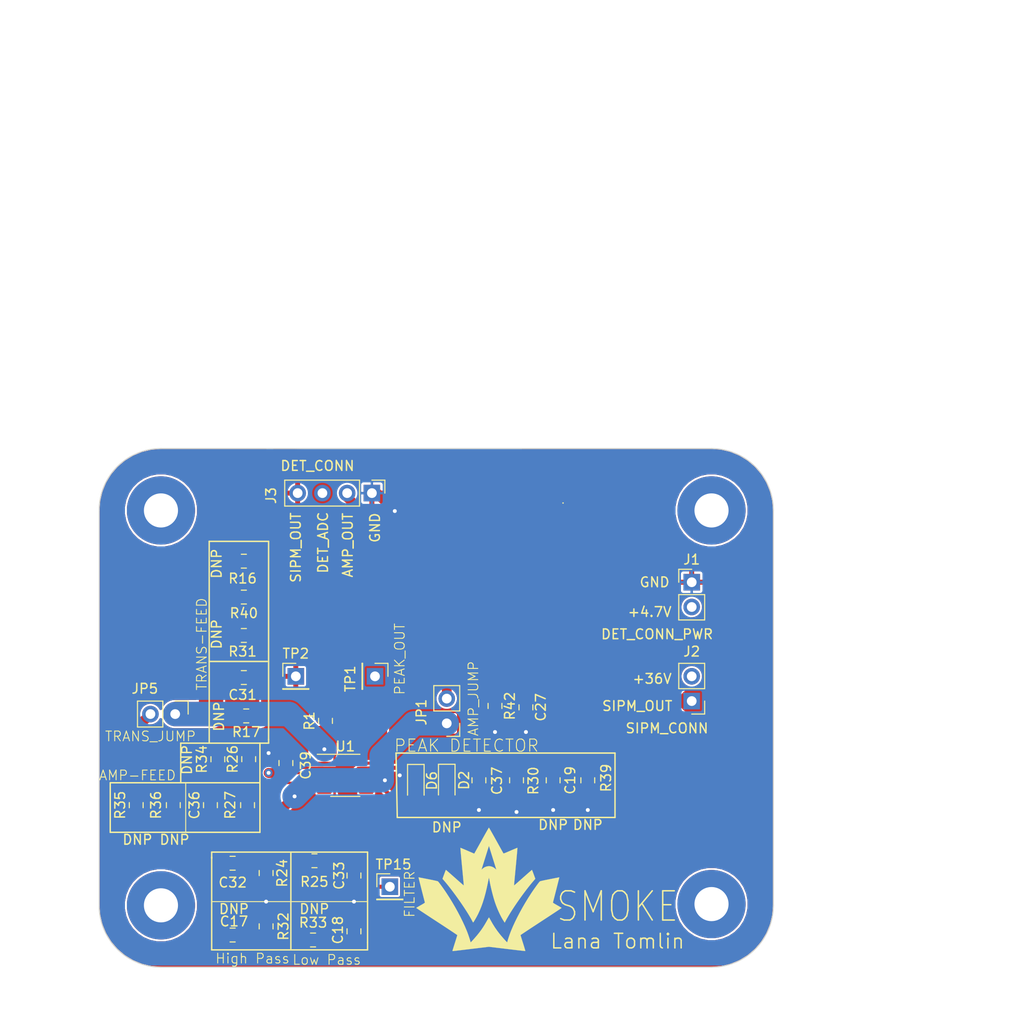
<source format=kicad_pcb>
(kicad_pcb (version 20171130) (host pcbnew "(5.1.9)-1")
  (layers (0 Papa.Cu signal) (1 GND.Cu power hide) (2 VCC.Cu power hide) (31 Mama.Cu signal) (34 B.Paste user hide) (35 F.Paste user) (36 B.SilkS user) (37 F.SilkS user) (38 B.Mask user hide) (39 F.Mask user hide) (44 Edge.Cuts user))
  (net 0 "")
  (net 1 GND)
  (net 2 "Net-(C17-Pad1)")
  (net 3 "Net-(C18-Pad2)")
  (net 4 "Net-(C19-Pad1)")
  (net 5 "Net-(C31-Pad1)")
  (net 6 "Net-(C32-Pad1)")
  (net 7 "Net-(C36-Pad2)")
  (net 8 "Net-(C36-Pad1)")
  (net 9 "Net-(D2-Pad2)")
  (net 10 /DET_ADC)
  (net 11 /SIPM_OUT)
  (net 12 /AMP_OUT)
  (net 13 +4.7V)
  (net 14 /Filter_IN)
  (net 15 "Net-(C31-Pad2)")
  (module MountingHole:MountingHole_3.5mm_Pad (layer Papa.Cu) (at 90.17 100.457 90)
    (fp_text reference REF** hide)
    (fp_text value MountingHole_3.5mm_Pad)
    (pad 1 thru_hole circle (at 0 0 90) (size 7 7) (drill 3.5) (layers *.Cu *.Mask))
  )
  (module MountingHole:MountingHole_3.5mm_Pad (layer Papa.Cu) (at 146.685 100.457 90)
    (fp_text reference REF** hide)
    (fp_text value MountingHole_3.5mm_Pad)
    (pad 1 thru_hole circle (at 0 0 90) (size 7 7) (drill 3.5) (layers *.Cu *.Mask))
  )
  (module MountingHole:MountingHole_3.5mm_Pad (layer Papa.Cu) (at 146.685 140.843 90)
    (fp_text reference REF** hide)
    (fp_text value MountingHole_3.5mm_Pad)
    (pad 1 thru_hole circle (at 0 0 90) (size 7 7) (drill 3.5) (layers *.Cu *.Mask))
  )
  (module Connector_PinHeader_2.54mm:PinHeader_1x01_P2.54mm_Vertical (layer Papa.Cu) (at 104.013 117.475)
    (fp_text reference TP2 (at 0 -2.33) (layer F.SilkS))
    (fp_text value SIPM)
    (pad 1 thru_hole rect (at 0 0) (size 1.7 1.7) (drill 1) (layers *.Cu *.Mask) (net 15 "Net-(C31-Pad2)"))
  )
  (module Package_SO:MSOP-16_3x4.039mm_P0.5mm (layer Papa.Cu) (at 109.093 127.635)
    (fp_text reference U1 (at 0 -2.97) (layer F.SilkS))
    (fp_text value LTC6254)
    (pad 16 smd roundrect (at 2.15 -1.75) (size 1.45 0.3) (layers Papa.Cu F.Paste F.Mask) (net 10 /DET_ADC))
    (pad 15 smd roundrect (at 2.15 -1.25) (size 1.45 0.3) (layers Papa.Cu F.Paste F.Mask) (net 10 /DET_ADC))
    (pad 14 smd roundrect (at 2.15 -0.75) (size 1.45 0.3) (layers Papa.Cu F.Paste F.Mask) (net 4 "Net-(C19-Pad1)"))
    (pad 13 smd roundrect (at 2.15 -0.25) (size 1.45 0.3) (layers Papa.Cu F.Paste F.Mask) (net 1 GND))
    (pad 12 smd roundrect (at 2.15 0.25) (size 1.45 0.3) (layers Papa.Cu F.Paste F.Mask) (net 8 "Net-(C36-Pad1)"))
    (pad 11 smd roundrect (at 2.15 0.75) (size 1.45 0.3) (layers Papa.Cu F.Paste F.Mask) (net 4 "Net-(C19-Pad1)"))
    (pad 10 smd roundrect (at 2.15 1.25) (size 1.45 0.3) (layers Papa.Cu F.Paste F.Mask) (net 9 "Net-(D2-Pad2)"))
    (pad 9 smd roundrect (at 2.15 1.75) (size 1.45 0.3) (layers Papa.Cu F.Paste F.Mask))
    (pad 8 smd roundrect (at -2.15 1.75) (size 1.45 0.3) (layers Papa.Cu F.Paste F.Mask))
    (pad 7 smd roundrect (at -2.15 1.25) (size 1.45 0.3) (layers Papa.Cu F.Paste F.Mask) (net 8 "Net-(C36-Pad1)"))
    (pad 6 smd roundrect (at -2.15 0.75) (size 1.45 0.3) (layers Papa.Cu F.Paste F.Mask) (net 7 "Net-(C36-Pad2)"))
    (pad 5 smd roundrect (at -2.15 0.25) (size 1.45 0.3) (layers Papa.Cu F.Paste F.Mask) (net 3 "Net-(C18-Pad2)"))
    (pad 4 smd roundrect (at -2.15 -0.25) (size 1.45 0.3) (layers Papa.Cu F.Paste F.Mask) (net 13 +4.7V))
    (pad 3 smd roundrect (at -2.15 -0.75) (size 1.45 0.3) (layers Papa.Cu F.Paste F.Mask) (net 1 GND))
    (pad 2 smd roundrect (at -2.15 -1.25) (size 1.45 0.3) (layers Papa.Cu F.Paste F.Mask) (net 15 "Net-(C31-Pad2)"))
    (pad 1 smd roundrect (at -2.15 -1.75) (size 1.45 0.3) (layers Papa.Cu F.Paste F.Mask) (net 5 "Net-(C31-Pad1)"))
  )
  (module Resistor_SMD:R_0805_2012Metric_Pad1.15x1.40mm_HandSolder (layer Papa.Cu) (at 107.061 122.047 90)
    (fp_text reference R1 (at 0 -1.65 90) (layer F.SilkS))
    (fp_text value 1)
    (pad 2 smd roundrect (at 1.025 0 90) (size 1.15 1.4) (layers Papa.Cu F.Paste F.Mask) (roundrect_rratio 0.2173904347826087) (net 11 /SIPM_OUT))
    (pad 1 smd roundrect (at -1.025 0 90) (size 1.15 1.4) (layers Papa.Cu F.Paste F.Mask) (roundrect_rratio 0.2173904347826087) (net 15 "Net-(C31-Pad2)"))
  )
  (module Connector_PinHeader_2.54mm:PinHeader_1x01_P2.54mm_Vertical (layer Papa.Cu) (at 113.665 139.065)
    (fp_text reference TP15 (at 0.381 -2.286) (layer F.SilkS))
    (fp_text value FILTER (at 2.032 0.762 90) (layer F.SilkS) (effects (font (thickness 0.1))))
    (pad 1 thru_hole rect (at 0 0) (size 1.7 1.7) (drill 1) (layers *.Cu *.Mask) (net 3 "Net-(C18-Pad2)"))
  )
  (module Resistor_SMD:R_0805_2012Metric_Pad1.15x1.40mm_HandSolder (layer Papa.Cu) (at 99.178 125.975 90)
    (fp_text reference R26 (at 0 -1.65 270) (layer F.SilkS))
    (fp_text value 100)
    (pad 2 smd roundrect (at 1.025 0 90) (size 1.15 1.4) (layers Papa.Cu F.Paste F.Mask) (roundrect_rratio 0.2173904347826087) (net 1 GND))
    (pad 1 smd roundrect (at -1.025 0 90) (size 1.15 1.4) (layers Papa.Cu F.Paste F.Mask) (roundrect_rratio 0.2173904347826087) (net 7 "Net-(C36-Pad2)"))
  )
  (module Resistor_SMD:R_0805_2012Metric_Pad1.15x1.40mm_HandSolder (layer Papa.Cu) (at 96.012 125.984 270)
    (fp_text reference R34 (at 0 1.651 270) (layer F.SilkS))
    (fp_text value DNP (at 0.0635 3.175 270) (layer F.SilkS))
    (pad 2 smd roundrect (at 1.025 0 270) (size 1.15 1.4) (layers Papa.Cu F.Paste F.Mask) (roundrect_rratio 0.2173904347826087) (net 7 "Net-(C36-Pad2)"))
    (pad 1 smd roundrect (at -1.025 0 270) (size 1.15 1.4) (layers Papa.Cu F.Paste F.Mask) (roundrect_rratio 0.2173904347826087) (net 1 GND))
  )
  (module Connector_PinHeader_2.54mm:PinHeader_1x02_P2.54mm_Vertical (layer Papa.Cu) (at 119.507 122.301 180)
    (fp_text reference JP1 (at 2.6035 1.143 270) (layer F.SilkS))
    (fp_text value AMP_JUMP (at -2.7305 2.54 90) (layer F.SilkS) (effects (font (thickness 0.1))))
    (pad 2 thru_hole oval (at 0 2.54 180) (size 1.7 1.7) (drill 1) (layers *.Cu *.Mask) (net 12 /AMP_OUT))
    (pad 1 thru_hole rect (at 0 0 180) (size 1.7 1.7) (drill 1) (layers *.Cu *.Mask) (net 8 "Net-(C36-Pad1)"))
  )
  (module Resistor_SMD:R_0805_2012Metric_Pad1.15x1.40mm_HandSolder (layer Papa.Cu) (at 133.985 128.143 270)
    (fp_text reference R39 (at -0.2376 -1.8796 90) (layer F.SilkS))
    (fp_text value DNP (at 4.572 0 180) (layer F.SilkS))
    (pad 2 smd roundrect (at 1.025 0 270) (size 1.15 1.4) (layers Papa.Cu F.Paste F.Mask) (roundrect_rratio 0.2173904347826087) (net 1 GND))
    (pad 1 smd roundrect (at -1.025 0 270) (size 1.15 1.4) (layers Papa.Cu F.Paste F.Mask) (roundrect_rratio 0.2173904347826087) (net 4 "Net-(C19-Pad1)"))
  )
  (module Capacitor_SMD:C_0805_2012Metric_Pad1.15x1.40mm_HandSolder (layer Papa.Cu) (at 97.527 136.652 180)
    (fp_text reference C32 (at -0.009 -1.9812) (layer F.SilkS))
    (fp_text value 10n)
    (pad 2 smd roundrect (at 1.025 0 180) (size 1.15 1.4) (layers Papa.Cu F.Paste F.Mask) (roundrect_rratio 0.2173904347826087) (net 14 /Filter_IN))
    (pad 1 smd roundrect (at -1.025 0 180) (size 1.15 1.4) (layers Papa.Cu F.Paste F.Mask) (roundrect_rratio 0.2173904347826087) (net 6 "Net-(C32-Pad1)"))
  )
  (module Capacitor_SMD:C_0805_2012Metric_Pad1.15x1.40mm_HandSolder (layer Papa.Cu) (at 127.635 120.659 270)
    (fp_text reference C27 (at -0.009 -1.524 90) (layer F.SilkS))
    (fp_text value 2.2n)
    (pad 2 smd roundrect (at 1.025 0 270) (size 1.15 1.4) (layers Papa.Cu F.Paste F.Mask) (roundrect_rratio 0.2173904347826087) (net 1 GND))
    (pad 1 smd roundrect (at -1.025 0 270) (size 1.15 1.4) (layers Papa.Cu F.Paste F.Mask) (roundrect_rratio 0.2173904347826087) (net 12 /AMP_OUT))
  )
  (module Capacitor_SMD:C_0805_2012Metric_Pad1.15x1.40mm_HandSolder (layer Papa.Cu) (at 122.809 128.143 270)
    (fp_text reference C37 (at 0.0508 -1.8542 270) (layer F.SilkS))
    (fp_text value 2.2n)
    (pad 2 smd roundrect (at 1.025 0 270) (size 1.15 1.4) (layers Papa.Cu F.Paste F.Mask) (roundrect_rratio 0.2173904347826087) (net 1 GND))
    (pad 1 smd roundrect (at -1.025 0 270) (size 1.15 1.4) (layers Papa.Cu F.Paste F.Mask) (roundrect_rratio 0.2173904347826087) (net 4 "Net-(C19-Pad1)"))
  )
  (module Resistor_SMD:R_0805_2012Metric_Pad1.15x1.40mm_HandSolder (layer Papa.Cu) (at 124.46 120.514 270)
    (fp_text reference R42 (at 0.009 -1.524 90) (layer F.SilkS))
    (fp_text value 1M)
    (pad 2 smd roundrect (at 1.025 0 270) (size 1.15 1.4) (layers Papa.Cu F.Paste F.Mask) (roundrect_rratio 0.2173904347826087) (net 1 GND))
    (pad 1 smd roundrect (at -1.025 0 270) (size 1.15 1.4) (layers Papa.Cu F.Paste F.Mask) (roundrect_rratio 0.2173904347826087) (net 12 /AMP_OUT))
  )
  (module Diode_SMD:D_SOD-323_HandSoldering (layer Papa.Cu) (at 119.507 128.397 270)
    (fp_text reference D2 (at -0.254 -1.778 90) (layer F.SilkS))
    (fp_text value CUS08F30H3FCT-ND)
    (pad 2 smd rect (at 1.25 0 270) (size 1 1) (layers Papa.Cu F.Paste F.Mask) (net 9 "Net-(D2-Pad2)"))
    (pad 1 smd rect (at -1.25 0 270) (size 1 1) (layers Papa.Cu F.Paste F.Mask) (net 4 "Net-(C19-Pad1)"))
  )
  (module Connector_PinHeader_2.54mm:PinHeader_1x01_P2.54mm_Vertical (layer Papa.Cu) (at 112.141 117.475 270)
    (fp_text reference TP1 (at 0.254 2.54 90) (layer F.SilkS))
    (fp_text value PEAK_OUT (at -1.778 -2.54 270) (layer F.SilkS) (effects (font (thickness 0.1))))
    (pad 1 thru_hole rect (at 0 0 270) (size 1.7 1.7) (drill 1) (layers *.Cu *.Mask) (net 10 /DET_ADC))
  )
  (module Connector_PinHeader_2.54mm:PinHeader_1x02_P2.54mm_Vertical (layer Papa.Cu) (at 91.6305 121.3485 270)
    (fp_text reference JP5 (at -2.6035 3.1115 180) (layer F.SilkS))
    (fp_text value TRANS_JUMP (at 2.286 2.54) (layer F.SilkS) (effects (font (thickness 0.1))))
    (pad 2 thru_hole oval (at 0 2.54 270) (size 1.7 1.7) (drill 1) (layers *.Cu *.Mask) (net 14 /Filter_IN))
    (pad 1 thru_hole rect (at 0 0 270) (size 1.7 1.7) (drill 1) (layers *.Cu *.Mask) (net 5 "Net-(C31-Pad1)"))
  )
  (module Resistor_SMD:R_0805_2012Metric_Pad1.15x1.40mm_HandSolder (layer Papa.Cu) (at 98.679 109.347)
    (fp_text reference R40 (at 0 1.651 180) (layer F.SilkS))
    (fp_text value 150)
    (pad 2 smd roundrect (at 1.025 0) (size 1.15 1.4) (layers Papa.Cu F.Paste F.Mask) (roundrect_rratio 0.2173904347826087) (net 11 /SIPM_OUT))
    (pad 1 smd roundrect (at -1.025 0) (size 1.15 1.4) (layers Papa.Cu F.Paste F.Mask) (roundrect_rratio 0.2173904347826087) (net 5 "Net-(C31-Pad1)"))
  )
  (module Resistor_SMD:R_0805_2012Metric_Pad1.15x1.40mm_HandSolder (layer Papa.Cu) (at 91.44 130.692 90)
    (fp_text reference R36 (at 0.009 -1.778 270) (layer F.SilkS))
    (fp_text value DNP (at -3.547 0.127) (layer F.SilkS))
    (pad 2 smd roundrect (at 1.025 0 90) (size 1.15 1.4) (layers Papa.Cu F.Paste F.Mask) (roundrect_rratio 0.2173904347826087) (net 7 "Net-(C36-Pad2)"))
    (pad 1 smd roundrect (at -1.025 0 90) (size 1.15 1.4) (layers Papa.Cu F.Paste F.Mask) (roundrect_rratio 0.2173904347826087) (net 8 "Net-(C36-Pad1)"))
  )
  (module Resistor_SMD:R_0805_2012Metric_Pad1.15x1.40mm_HandSolder (layer Papa.Cu) (at 87.63 130.692 90)
    (fp_text reference R35 (at 0 -1.65 270) (layer F.SilkS))
    (fp_text value DNP (at -3.547 0.127) (layer F.SilkS))
    (pad 2 smd roundrect (at 1.025 0 90) (size 1.15 1.4) (layers Papa.Cu F.Paste F.Mask) (roundrect_rratio 0.2173904347826087) (net 7 "Net-(C36-Pad2)"))
    (pad 1 smd roundrect (at -1.025 0 90) (size 1.15 1.4) (layers Papa.Cu F.Paste F.Mask) (roundrect_rratio 0.2173904347826087) (net 8 "Net-(C36-Pad1)"))
  )
  (module Resistor_SMD:R_0805_2012Metric_Pad1.15x1.40mm_HandSolder (layer Papa.Cu) (at 105.782 144.526 180)
    (fp_text reference R33 (at -0.009 1.778) (layer F.SilkS))
    (fp_text value DNP (at -0.136 3.175) (layer F.SilkS))
    (pad 1 smd roundrect (at -1.025 0 180) (size 1.15 1.4) (layers Papa.Cu F.Paste F.Mask) (roundrect_rratio 0.2173904347826087) (net 3 "Net-(C18-Pad2)"))
    (pad 2 smd roundrect (at 1.025 0 180) (size 1.15 1.4) (layers Papa.Cu F.Paste F.Mask) (roundrect_rratio 0.2173904347826087) (net 2 "Net-(C17-Pad1)"))
  )
  (module Resistor_SMD:R_0805_2012Metric_Pad1.15x1.40mm_HandSolder (layer Papa.Cu) (at 100.965 143.129 90)
    (fp_text reference R32 (at 0 1.778 270) (layer F.SilkS))
    (fp_text value DNP)
    (pad 2 smd roundrect (at 1.025 0 90) (size 1.15 1.4) (layers Papa.Cu F.Paste F.Mask) (roundrect_rratio 0.2173904347826087) (net 1 GND))
    (pad 1 smd roundrect (at -1.025 0 90) (size 1.15 1.4) (layers Papa.Cu F.Paste F.Mask) (roundrect_rratio 0.2173904347826087) (net 2 "Net-(C17-Pad1)"))
  )
  (module Resistor_SMD:R_0805_2012Metric_Pad1.15x1.40mm_HandSolder (layer Papa.Cu) (at 98.679 113.284)
    (fp_text reference R31 (at -0.127 1.651 180) (layer F.SilkS))
    (fp_text value DNP (at -2.794 -0.127 90) (layer F.SilkS))
    (pad 2 smd roundrect (at 1.025 0) (size 1.15 1.4) (layers Papa.Cu F.Paste F.Mask) (roundrect_rratio 0.2173904347826087) (net 15 "Net-(C31-Pad2)"))
    (pad 1 smd roundrect (at -1.025 0) (size 1.15 1.4) (layers Papa.Cu F.Paste F.Mask) (roundrect_rratio 0.2173904347826087) (net 5 "Net-(C31-Pad1)"))
  )
  (module Resistor_SMD:R_0805_2012Metric_Pad1.15x1.40mm_HandSolder (layer Papa.Cu) (at 126.6698 128.143 270)
    (fp_text reference R30 (at 0.0508 -1.7272 270) (layer F.SilkS))
    (fp_text value 1M)
    (pad 2 smd roundrect (at 1.025 0 270) (size 1.15 1.4) (layers Papa.Cu F.Paste F.Mask) (roundrect_rratio 0.2173904347826087) (net 1 GND))
    (pad 1 smd roundrect (at -1.025 0 270) (size 1.15 1.4) (layers Papa.Cu F.Paste F.Mask) (roundrect_rratio 0.2173904347826087) (net 4 "Net-(C19-Pad1)"))
  )
  (module Resistor_SMD:R_0805_2012Metric_Pad1.15x1.40mm_HandSolder (layer Papa.Cu) (at 99.06 130.692 90)
    (fp_text reference R27 (at 0 -1.778 270) (layer F.SilkS))
    (fp_text value 330)
    (pad 2 smd roundrect (at 1.025 0 90) (size 1.15 1.4) (layers Papa.Cu F.Paste F.Mask) (roundrect_rratio 0.2173904347826087) (net 7 "Net-(C36-Pad2)"))
    (pad 1 smd roundrect (at -1.025 0 90) (size 1.15 1.4) (layers Papa.Cu F.Paste F.Mask) (roundrect_rratio 0.2173904347826087) (net 8 "Net-(C36-Pad1)"))
  )
  (module Resistor_SMD:R_0805_2012Metric_Pad1.15x1.40mm_HandSolder (layer Papa.Cu) (at 105.927 136.398 180)
    (fp_text reference R25 (at 0.009 -2.159) (layer F.SilkS))
    (fp_text value 150)
    (pad 2 smd roundrect (at 1.025 0 180) (size 1.15 1.4) (layers Papa.Cu F.Paste F.Mask) (roundrect_rratio 0.2173904347826087) (net 6 "Net-(C32-Pad1)"))
    (pad 1 smd roundrect (at -1.025 0 180) (size 1.15 1.4) (layers Papa.Cu F.Paste F.Mask) (roundrect_rratio 0.2173904347826087) (net 3 "Net-(C18-Pad2)"))
  )
  (module Resistor_SMD:R_0805_2012Metric_Pad1.15x1.40mm_HandSolder (layer Papa.Cu) (at 100.965 137.659 270)
    (fp_text reference R24 (at 0.009 -1.651 270) (layer F.SilkS))
    (fp_text value 100)
    (pad 2 smd roundrect (at 1.025 0 270) (size 1.15 1.4) (layers Papa.Cu F.Paste F.Mask) (roundrect_rratio 0.2173904347826087) (net 1 GND))
    (pad 1 smd roundrect (at -1.025 0 270) (size 1.15 1.4) (layers Papa.Cu F.Paste F.Mask) (roundrect_rratio 0.2173904347826087) (net 6 "Net-(C32-Pad1)"))
  )
  (module Resistor_SMD:R_0805_2012Metric_Pad1.15x1.40mm_HandSolder (layer Papa.Cu) (at 98.924 121.539)
    (fp_text reference R17 (at 0 1.651 180) (layer F.SilkS))
    (fp_text value DNP (at -2.794 0.0635 90) (layer F.SilkS))
    (pad 2 smd roundrect (at 1.025 0) (size 1.15 1.4) (layers Papa.Cu F.Paste F.Mask) (roundrect_rratio 0.2173904347826087) (net 15 "Net-(C31-Pad2)"))
    (pad 1 smd roundrect (at -1.025 0) (size 1.15 1.4) (layers Papa.Cu F.Paste F.Mask) (roundrect_rratio 0.2173904347826087) (net 5 "Net-(C31-Pad1)"))
  )
  (module Resistor_SMD:R_0805_2012Metric_Pad1.15x1.40mm_HandSolder (layer Papa.Cu) (at 98.679 105.664)
    (fp_text reference R16 (at -0.127 1.778 180) (layer F.SilkS))
    (fp_text value DNP (at -2.794 0.254 270) (layer F.SilkS))
    (pad 2 smd roundrect (at 1.025 0) (size 1.15 1.4) (layers Papa.Cu F.Paste F.Mask) (roundrect_rratio 0.2173904347826087) (net 11 /SIPM_OUT))
    (pad 1 smd roundrect (at -1.025 0) (size 1.15 1.4) (layers Papa.Cu F.Paste F.Mask) (roundrect_rratio 0.2173904347826087) (net 5 "Net-(C31-Pad1)"))
  )
  (module Diode_SMD:D_SOD-323_HandSoldering (layer Papa.Cu) (at 116.332 128.417 270)
    (fp_text reference D6 (at -0.234 -1.651 90) (layer F.SilkS))
    (fp_text value CUS08F30H3FCT-ND)
    (pad 2 smd rect (at 1.25 0 270) (size 1 1) (layers Papa.Cu F.Paste F.Mask) (net 9 "Net-(D2-Pad2)"))
    (pad 1 smd rect (at -1.25 0 270) (size 1 1) (layers Papa.Cu F.Paste F.Mask) (net 4 "Net-(C19-Pad1)"))
  )
  (module Capacitor_SMD:C_0805_2012Metric_Pad1.15x1.40mm_HandSolder (layer Papa.Cu) (at 102.997 126.374 90)
    (fp_text reference C39 (at -0.245 2.032 270) (layer F.SilkS))
    (fp_text value 0.1u)
    (pad 2 smd roundrect (at 1.025 0 90) (size 1.15 1.4) (layers Papa.Cu F.Paste F.Mask) (roundrect_rratio 0.2173904347826087) (net 1 GND))
    (pad 1 smd roundrect (at -1.025 0 90) (size 1.15 1.4) (layers Papa.Cu F.Paste F.Mask) (roundrect_rratio 0.2173904347826087) (net 13 +4.7V))
  )
  (module Capacitor_SMD:C_0805_2012Metric_Pad1.15x1.40mm_HandSolder (layer Papa.Cu) (at 95.25 130.692 90)
    (fp_text reference C36 (at 0 -1.65 270) (layer F.SilkS))
    (fp_text value 470p)
    (pad 2 smd roundrect (at 1.025 0 90) (size 1.15 1.4) (layers Papa.Cu F.Paste F.Mask) (roundrect_rratio 0.2173904347826087) (net 7 "Net-(C36-Pad2)"))
    (pad 1 smd roundrect (at -1.025 0 90) (size 1.15 1.4) (layers Papa.Cu F.Paste F.Mask) (roundrect_rratio 0.2173904347826087) (net 8 "Net-(C36-Pad1)"))
  )
  (module Capacitor_SMD:C_0805_2012Metric_Pad1.15x1.40mm_HandSolder (layer Papa.Cu) (at 109.982 137.913 90)
    (fp_text reference C33 (at -0.009 -1.524 270) (layer F.SilkS))
    (fp_text value 1n)
    (pad 2 smd roundrect (at 1.025 0 90) (size 1.15 1.4) (layers Papa.Cu F.Paste F.Mask) (roundrect_rratio 0.2173904347826087) (net 3 "Net-(C18-Pad2)"))
    (pad 1 smd roundrect (at -1.025 0 90) (size 1.15 1.4) (layers Papa.Cu F.Paste F.Mask) (roundrect_rratio 0.2173904347826087) (net 1 GND))
  )
  (module Capacitor_SMD:C_0805_2012Metric_Pad1.15x1.40mm_HandSolder (layer Papa.Cu) (at 98.679 117.602)
    (fp_text reference C31 (at -0.127 1.778 180) (layer F.SilkS))
    (fp_text value 1n)
    (pad 2 smd roundrect (at 1.025 0) (size 1.15 1.4) (layers Papa.Cu F.Paste F.Mask) (roundrect_rratio 0.2173904347826087) (net 15 "Net-(C31-Pad2)"))
    (pad 1 smd roundrect (at -1.025 0) (size 1.15 1.4) (layers Papa.Cu F.Paste F.Mask) (roundrect_rratio 0.2173904347826087) (net 5 "Net-(C31-Pad1)"))
  )
  (module Capacitor_SMD:C_0805_2012Metric_Pad1.15x1.40mm_HandSolder (layer Papa.Cu) (at 130.429 128.143 270)
    (fp_text reference C19 (at 0 -1.7526 90) (layer F.SilkS))
    (fp_text value DNP (at 4.572 0 180) (layer F.SilkS))
    (pad 2 smd roundrect (at 1.025 0 270) (size 1.15 1.4) (layers Papa.Cu F.Paste F.Mask) (roundrect_rratio 0.2173904347826087) (net 1 GND))
    (pad 1 smd roundrect (at -1.025 0 270) (size 1.15 1.4) (layers Papa.Cu F.Paste F.Mask) (roundrect_rratio 0.2173904347826087) (net 4 "Net-(C19-Pad1)"))
  )
  (module Capacitor_SMD:C_0805_2012Metric_Pad1.15x1.40mm_HandSolder (layer Papa.Cu) (at 109.982 143.637 270)
    (fp_text reference C18 (at -0.127 1.651 90) (layer F.SilkS))
    (fp_text value DNP)
    (pad 1 smd roundrect (at -1.025 0 270) (size 1.15 1.4) (layers Papa.Cu F.Paste F.Mask) (roundrect_rratio 0.2173904347826087) (net 1 GND))
    (pad 2 smd roundrect (at 1.025 0 270) (size 1.15 1.4) (layers Papa.Cu F.Paste F.Mask) (roundrect_rratio 0.2173904347826087) (net 3 "Net-(C18-Pad2)"))
  )
  (module Capacitor_SMD:C_0805_2012Metric_Pad1.15x1.40mm_HandSolder (layer Papa.Cu) (at 97.527 144.018 180)
    (fp_text reference C17 (at -0.136 1.397) (layer F.SilkS))
    (fp_text value DNP (at -0.136 2.667) (layer F.SilkS))
    (pad 2 smd roundrect (at 1.025 0 180) (size 1.15 1.4) (layers Papa.Cu F.Paste F.Mask) (roundrect_rratio 0.2173904347826087) (net 14 /Filter_IN))
    (pad 1 smd roundrect (at -1.025 0 180) (size 1.15 1.4) (layers Papa.Cu F.Paste F.Mask) (roundrect_rratio 0.2173904347826087) (net 2 "Net-(C17-Pad1)"))
  )
  (module Connector_PinHeader_2.54mm:PinHeader_1x04_P2.54mm_Vertical (layer Papa.Cu) (at 111.8235 98.679 270)
    (fp_text reference J3 (at 0.254 10.3505 270) (layer F.SilkS))
    (fp_text value DET_CONN (at -2.794 5.588 180) (layer F.SilkS))
    (pad 4 thru_hole oval (at 0 7.62 270) (size 1.7 1.7) (drill 1) (layers *.Cu *.Mask) (net 11 /SIPM_OUT))
    (pad 3 thru_hole oval (at 0 5.08 270) (size 1.7 1.7) (drill 1) (layers *.Cu *.Mask) (net 10 /DET_ADC))
    (pad 2 thru_hole oval (at 0 2.54 270) (size 1.7 1.7) (drill 1) (layers *.Cu *.Mask) (net 12 /AMP_OUT))
    (pad 1 thru_hole rect (at 0 0 270) (size 1.7 1.7) (drill 1) (layers *.Cu *.Mask) (net 1 GND))
  )
  (module Connector_PinHeader_2.54mm:PinHeader_1x02_P2.54mm_Vertical (layer Papa.Cu) (at 144.653 120.015 180)
    (fp_text reference J2 (at 0 5.08) (layer F.SilkS))
    (fp_text value SIPM_CONN (at 2.54 -2.794 180) (layer F.SilkS))
    (pad 2 thru_hole oval (at 0 2.54 180) (size 1.7 1.7) (drill 1) (layers *.Cu *.Mask))
    (pad 1 thru_hole rect (at 0 0 180) (size 1.7 1.7) (drill 1) (layers *.Cu *.Mask) (net 11 /SIPM_OUT))
  )
  (module Connector_PinHeader_2.54mm:PinHeader_1x02_P2.54mm_Vertical (layer Papa.Cu) (at 144.653 107.823)
    (fp_text reference J1 (at 0 -2.33) (layer F.SilkS))
    (fp_text value DET_CONN_PWR (at -3.556 5.334) (layer F.SilkS))
    (pad 2 thru_hole oval (at 0 2.54) (size 1.7 1.7) (drill 1) (layers *.Cu *.Mask) (net 13 +4.7V))
    (pad 1 thru_hole rect (at 0 0) (size 1.7 1.7) (drill 1) (layers *.Cu *.Mask) (net 1 GND))
  )
  (module Team_Logo:Logo_SilkScreen_15mm (layer Papa.Cu) (at 123.825 139.319)
    (fp_text reference G*** hide)
    (fp_text value LOGO hide)
  )
  (module MountingHole:MountingHole_3.5mm_Pad (layer Papa.Cu) (at 90.17 140.97 90)
    (fp_text reference REF** hide)
    (fp_text value MountingHole_3.5mm_Pad)
    (pad 1 thru_hole circle (at 0 0 90) (size 7 7) (drill 3.5) (layers *.Cu *.Mask))
  )
  (gr_text DNP (at 119.507 132.969) (layer F.SilkS) (effects (font (size 1 1))))
  (gr_text SMOKE (at 137.033 141.097) (layer F.SilkS) (effects (font (size 3 2.5))))
  (gr_line (start 136.779 131.953) (end 136.779 125.349) (layer F.SilkS) (width 0.15))
  (gr_line (start 114.427 131.953) (end 136.779 131.953) (layer F.SilkS) (width 0.15))
  (gr_line (start 114.3 125.349) (end 114.427 131.953) (layer F.SilkS) (width 0.15))
  (gr_line (start 95.123 124.333) (end 95.123 103.632) (layer F.SilkS) (width 0.15))
  (gr_line (start 101.219 124.333) (end 100.33 124.333) (layer F.SilkS) (width 0.15))
  (gr_line (start 101.219 123.952) (end 101.219 124.333) (layer F.SilkS) (width 0.15))
  (gr_line (start 84.963 133.477) (end 100.33 133.477) (layer F.SilkS) (width 0.15))
  (gr_arc (start 90.17 100.457) (end 90.17 94.107) (angle -90) (layer Edge.Cuts) (width 0.1))
  (gr_line (start 146.685 94.107) (end 90.17 94.107) (layer Edge.Cuts) (width 0.1))
  (gr_line (start 153.035 140.97) (end 153.035 100.457) (layer Edge.Cuts) (width 0.1))
  (gr_text GND (at 112.141 102.235 90) (layer F.SilkS) (effects (font (size 1 1))))
  (gr_text AMP_OUT (at 109.347 104.013 90) (layer F.SilkS) (effects (font (size 1 1))))
  (gr_text DET_ADC (at 106.807 103.759 90) (layer F.SilkS) (effects (font (size 1 1))))
  (gr_text SIPM_OUT (at 104.013 104.267 90) (layer F.SilkS) (effects (font (size 1 1))))
  (gr_text GND (at 140.843 107.823) (layer F.SilkS) (effects (font (size 1 1))))
  (gr_text +4.7V (at 140.335 110.871) (layer F.SilkS) (effects (font (size 1 1))))
  (gr_text +36V (at 140.589 117.729) (layer F.SilkS) (effects (font (size 1 1))))
  (gr_text SIPM_OUT (at 139.065 120.523) (layer F.SilkS) (effects (font (size 1 1))))
  (gr_line (start 131.445 99.695) (end 131.445 99.695) (layer F.SilkS) (width 0.15))
  (gr_line (start 111.379 145.542) (end 111.379 144.78) (layer F.SilkS) (width 0.15))
  (gr_line (start 95.377 145.542) (end 111.379 145.542) (layer F.SilkS) (width 0.15))
  (gr_text "Lana Tomlin" (at 137.033 144.653) (layer F.SilkS) (effects (font (size 1.5 1.5))))
  (gr_text "PEAK DETECTOR" (at 121.539 124.587) (layer F.SilkS) (effects (font (size 1.25 1.25) (thickness 0.1))))
  (gr_arc (start 90.17 140.97) (end 83.82 140.97) (angle -90) (layer Edge.Cuts) (width 0.1))
  (gr_arc (start 146.685 100.457) (end 153.035 100.457) (angle -90) (layer Edge.Cuts) (width 0.1))
  (gr_arc (start 146.685 140.97) (end 146.685 147.32) (angle -90) (layer Edge.Cuts) (width 0.1))
  (gr_line (start 83.82 140.97) (end 83.82 100.457) (layer Edge.Cuts) (width 0.1))
  (gr_line (start 146.685 147.32) (end 90.17 147.32) (layer Edge.Cuts) (width 0.1))
  (gr_text AMP-FEED (at 87.757 127.635) (layer F.SilkS) (effects (font (size 1 1) (thickness 0.1))))
  (gr_line (start 95.377 135.509) (end 95.377 136.144) (layer F.SilkS) (width 0.15))
  (gr_line (start 111.379 135.509) (end 95.377 135.509) (layer F.SilkS) (width 0.15))
  (gr_line (start 103.505 140.589) (end 95.377 140.589) (layer F.SilkS) (width 0.1))
  (gr_text "Low Pass" (at 107.188 146.558) (layer F.SilkS) (effects (font (size 1 1) (thickness 0.1))))
  (gr_text "High Pass" (at 99.568 146.431) (layer F.SilkS) (effects (font (size 1 1) (thickness 0.1))))
  (gr_line (start 84.963 128.397) (end 84.963 133.477) (layer F.SilkS) (width 0.15))
  (gr_line (start 100.33 128.397) (end 100.33 124.333) (layer F.SilkS) (width 0.15))
  (gr_line (start 100.33 124.333) (end 92.202 124.333) (layer F.SilkS) (width 0.15))
  (gr_line (start 92.202 124.333) (end 92.202 128.397) (layer F.SilkS) (width 0.15))
  (gr_text TRANS-FEED (at 94.361 114.173 90) (layer F.SilkS) (effects (font (size 1 1) (thickness 0.1))))
  (gr_line (start 111.379 140.589) (end 103.505 140.589) (layer F.SilkS) (width 0.1))
  (gr_line (start 103.505 135.509) (end 103.505 145.415) (layer F.SilkS) (width 0.15))
  (gr_line (start 95.377 145.542) (end 95.377 136.017) (layer F.SilkS) (width 0.15))
  (gr_line (start 111.379 135.509) (end 111.379 144.78) (layer F.SilkS) (width 0.15))
  (gr_line (start 95.123 115.951) (end 101.092 115.951) (layer F.SilkS) (width 0.15))
  (gr_line (start 92.71 133.477) (end 92.71 128.397) (layer F.SilkS) (width 0.1))
  (gr_line (start 136.779 125.349) (end 114.3 125.349) (layer F.SilkS) (width 0.15))
  (gr_line (start 100.33 128.397) (end 84.963 128.397) (layer F.SilkS) (width 0.15))
  (gr_line (start 100.33 133.477) (end 100.33 128.397) (layer F.SilkS) (width 0.15))
  (gr_line (start 101.219 103.632) (end 95.123 103.632) (layer F.SilkS) (width 0.15))
  (gr_line (start 101.219 123.952) (end 101.219 103.632) (layer F.SilkS) (width 0.15))
  (via (at 124.46 123.19) (size 0.8) (drill 0.4) (layers Papa.Cu Mama.Cu) (net 1))
  (segment (start 126.4158 129.1172) (end 126.7878 129.1172) (width 0.42) (layer Papa.Cu) (net 1))
  (via (at 109.982 140.589) (size 0.8) (drill 0.4) (layers Papa.Cu Mama.Cu) (net 1))
  (via (at 100.965 140.589) (size 0.8) (drill 0.4) (layers Papa.Cu Mama.Cu) (net 1))
  (via (at 101.219 125.349) (size 0.8) (drill 0.4) (layers Papa.Cu Mama.Cu) (net 1))
  (via (at 127.635 123.19) (size 0.8) (drill 0.4) (layers Papa.Cu Mama.Cu) (net 1))
  (segment (start 102.87 125.476) (end 102.997 125.349) (width 0.8) (layer Papa.Cu) (net 1))
  (segment (start 100.965 138.684) (end 100.965 142.104) (width 1) (layer Papa.Cu) (net 1))
  (segment (start 109.982 138.938) (end 109.982 142.612) (width 1) (layer Papa.Cu) (net 1))
  (segment (start 124.46 121.539) (end 124.46 123.19) (width 1) (layer Papa.Cu) (net 1))
  (segment (start 127.635 121.684) (end 127.635 123.19) (width 1) (layer Papa.Cu) (net 1))
  (segment (start 111.8235 98.679) (end 112.3315 98.679) (width 1) (layer Papa.Cu) (net 1))
  (segment (start 112.3315 98.679) (end 114.173 100.5205) (width 1) (layer Papa.Cu) (net 1))
  (segment (start 114.173 100.5205) (end 114.173 100.5205) (width 1) (layer Papa.Cu) (net 1))
  (via (at 114.173 100.5205) (size 0.8) (drill 0.4) (layers Papa.Cu Mama.Cu) (net 1))
  (via (at 114.681 127.635) (size 0.8) (drill 0.4) (layers Papa.Cu Mama.Cu) (net 1))
  (segment (start 102.997 125.349) (end 101.219 125.349) (width 1) (layer Papa.Cu) (net 1))
  (segment (start 106.943 126.885) (end 106.819 126.885) (width 0.25) (layer Papa.Cu) (net 1))
  (segment (start 104.50801 126.86001) (end 102.997 125.349) (width 0.25) (layer Papa.Cu) (net 1))
  (segment (start 106.79401 126.86001) (end 104.50801 126.86001) (width 0.25) (layer Papa.Cu) (net 1))
  (segment (start 106.819 126.885) (end 106.79401 126.86001) (width 0.25) (layer Papa.Cu) (net 1))
  (segment (start 130.429 129.168) (end 130.429 131.191) (width 1) (layer Papa.Cu) (net 1))
  (segment (start 122.809 129.168) (end 122.809 131.191) (width 1) (layer Papa.Cu) (net 1))
  (segment (start 126.6698 129.168) (end 126.6698 131.3942) (width 1) (layer Papa.Cu) (net 1))
  (segment (start 126.6698 131.3942) (end 126.6698 131.4958) (width 1) (layer Papa.Cu) (net 1))
  (via (at 126.6698 131.3942) (size 0.8) (drill 0.4) (layers Papa.Cu Mama.Cu) (net 1))
  (segment (start 122.809 131.191) (end 122.809 131.191) (width 1) (layer Papa.Cu) (net 1))
  (via (at 122.809 131.191) (size 0.8) (drill 0.4) (layers Papa.Cu Mama.Cu) (net 1))
  (segment (start 130.429 131.191) (end 130.429 131.191) (width 1) (layer Papa.Cu) (net 1))
  (via (at 130.429 131.191) (size 0.8) (drill 0.4) (layers Papa.Cu Mama.Cu) (net 1))
  (segment (start 133.985 129.168) (end 133.985 131.191) (width 1) (layer Papa.Cu) (net 1))
  (segment (start 133.985 131.191) (end 133.985 131.191) (width 1) (layer Papa.Cu) (net 1))
  (via (at 133.985 131.191) (size 0.8) (drill 0.4) (layers Papa.Cu Mama.Cu) (net 1))
  (segment (start 113.430402 127.39502) (end 114.44102 127.39502) (width 0.25) (layer Papa.Cu) (net 1))
  (segment (start 114.44102 127.39502) (end 114.681 127.635) (width 0.25) (layer Papa.Cu) (net 1))
  (segment (start 113.420382 127.385) (end 113.430402 127.39502) (width 0.25) (layer Papa.Cu) (net 1))
  (segment (start 111.243 127.385) (end 113.420382 127.385) (width 0.25) (layer Papa.Cu) (net 1))
  (segment (start 98.552 144.018) (end 99.822 145.288) (width 0.42) (layer Papa.Cu) (net 2))
  (segment (start 103.995 145.288) (end 104.757 144.526) (width 0.42) (layer Papa.Cu) (net 2))
  (segment (start 101.972 145.288) (end 101.092 144.408) (width 0.42) (layer Papa.Cu) (net 2))
  (segment (start 102.108 145.288) (end 101.972 145.288) (width 0.42) (layer Papa.Cu) (net 2))
  (segment (start 102.108 145.288) (end 103.995 145.288) (width 0.42) (layer Papa.Cu) (net 2))
  (segment (start 99.822 145.288) (end 102.108 145.288) (width 0.42) (layer Papa.Cu) (net 2))
  (segment (start 106.952 136.398) (end 106.952 136.253) (width 0.42) (layer Papa.Cu) (net 3))
  (segment (start 106.952 136.253) (end 107.442 135.763) (width 0.42) (layer Papa.Cu) (net 3))
  (segment (start 108.857 135.763) (end 109.982 136.888) (width 0.42) (layer Papa.Cu) (net 3))
  (segment (start 107.442 135.763) (end 108.857 135.763) (width 0.42) (layer Papa.Cu) (net 3))
  (segment (start 111.09201 137.99801) (end 111.09201 137.95499) (width 0.42) (layer Papa.Cu) (net 3))
  (segment (start 111.09201 137.99801) (end 111.09201 139.28601) (width 0.42) (layer Papa.Cu) (net 3))
  (segment (start 111.09201 145.06699) (end 111.09201 143.55199) (width 0.42) (layer Papa.Cu) (net 3))
  (segment (start 111.09201 140.36799) (end 111.09201 140.843) (width 0.42) (layer Papa.Cu) (net 3))
  (segment (start 112.395 139.065) (end 111.09201 140.36799) (width 0.42) (layer Papa.Cu) (net 3))
  (segment (start 113.665 139.065) (end 112.395 139.065) (width 0.42) (layer Papa.Cu) (net 3))
  (segment (start 111.09201 139.28601) (end 111.09201 140.843) (width 0.42) (layer Papa.Cu) (net 3))
  (segment (start 111.09201 140.843) (end 111.09201 143.55199) (width 0.42) (layer Papa.Cu) (net 3))
  (segment (start 110.605372 145.285372) (end 109.982 144.662) (width 0.42) (layer Papa.Cu) (net 3))
  (segment (start 110.873628 145.285372) (end 110.605372 145.285372) (width 0.42) (layer Papa.Cu) (net 3))
  (segment (start 111.09201 145.06699) (end 110.873628 145.285372) (width 0.42) (layer Papa.Cu) (net 3))
  (segment (start 106.807 145.288) (end 106.807 144.526) (width 0.42) (layer Papa.Cu) (net 3))
  (segment (start 107.442 145.923) (end 106.807 145.288) (width 0.42) (layer Papa.Cu) (net 3))
  (segment (start 111.09201 145.06699) (end 110.236 145.923) (width 0.42) (layer Papa.Cu) (net 3))
  (segment (start 110.236 145.923) (end 107.442 145.923) (width 0.42) (layer Papa.Cu) (net 3))
  (segment (start 108.41498 135.763) (end 110.363 135.763) (width 0.42) (layer Papa.Cu) (net 3))
  (segment (start 107.733702 127.885) (end 107.99301 128.144308) (width 0.25) (layer Papa.Cu) (net 3))
  (segment (start 106.943 127.885) (end 107.733702 127.885) (width 0.25) (layer Papa.Cu) (net 3))
  (segment (start 106.952 136.398) (end 107.99301 135.35699) (width 0.42) (layer Papa.Cu) (net 3))
  (segment (start 107.99301 135.35699) (end 107.99301 129.75099) (width 0.42) (layer Papa.Cu) (net 3))
  (segment (start 107.99301 128.144308) (end 107.99301 129.75099) (width 0.25) (layer Papa.Cu) (net 3))
  (segment (start 111.09201 136.49201) (end 110.363 135.763) (width 0.42) (layer Papa.Cu) (net 3))
  (segment (start 111.09201 137.99801) (end 111.09201 136.49201) (width 0.42) (layer Papa.Cu) (net 3))
  (segment (start 111.243 128.385) (end 109.843 128.385) (width 0.25) (layer Papa.Cu) (net 4))
  (segment (start 109.843 128.385) (end 109.601 128.143) (width 0.25) (layer Papa.Cu) (net 4))
  (segment (start 109.601 128.143) (end 109.601 127.686318) (width 0.25) (layer Papa.Cu) (net 4))
  (segment (start 110.402318 126.885) (end 111.243 126.885) (width 0.25) (layer Papa.Cu) (net 4))
  (segment (start 109.601 127.686318) (end 110.402318 126.885) (width 0.25) (layer Papa.Cu) (net 4))
  (segment (start 111.41599 126.86001) (end 114.43999 126.86001) (width 0.25) (layer Papa.Cu) (net 4))
  (segment (start 111.391 126.885) (end 111.41599 126.86001) (width 0.25) (layer Papa.Cu) (net 4))
  (segment (start 111.243 126.885) (end 111.391 126.885) (width 0.25) (layer Papa.Cu) (net 4))
  (segment (start 115.276 126.111) (end 116.332 127.167) (width 0.42) (layer Papa.Cu) (net 4))
  (segment (start 115.189 126.111) (end 115.276 126.111) (width 0.42) (layer Papa.Cu) (net 4))
  (segment (start 118.471 126.111) (end 119.507 127.147) (width 0.42) (layer Papa.Cu) (net 4))
  (segment (start 115.189 126.111) (end 118.471 126.111) (width 0.42) (layer Papa.Cu) (net 4))
  (segment (start 115.189 126.111) (end 114.43999 126.86001) (width 0.42) (layer Papa.Cu) (net 4))
  (segment (start 114.43999 126.86001) (end 113.65201 126.86001) (width 0.42) (layer Papa.Cu) (net 4))
  (segment (start 132.978 126.111) (end 133.985 127.118) (width 0.42) (layer Papa.Cu) (net 4))
  (segment (start 129.912 127.118) (end 128.905 126.111) (width 0.42) (layer Papa.Cu) (net 4))
  (segment (start 130.429 127.118) (end 129.912 127.118) (width 0.42) (layer Papa.Cu) (net 4))
  (segment (start 128.905 126.111) (end 132.978 126.111) (width 0.42) (layer Papa.Cu) (net 4))
  (segment (start 126.6698 126.9238) (end 125.857 126.111) (width 0.42) (layer Papa.Cu) (net 4))
  (segment (start 126.6698 127.118) (end 126.6698 126.9238) (width 0.42) (layer Papa.Cu) (net 4))
  (segment (start 125.857 126.111) (end 128.905 126.111) (width 0.42) (layer Papa.Cu) (net 4))
  (segment (start 122.8 127.118) (end 121.793 126.111) (width 0.42) (layer Papa.Cu) (net 4))
  (segment (start 122.809 127.118) (end 122.8 127.118) (width 0.42) (layer Papa.Cu) (net 4))
  (segment (start 121.793 126.111) (end 125.857 126.111) (width 0.42) (layer Papa.Cu) (net 4))
  (segment (start 118.471 126.111) (end 121.793 126.111) (width 0.42) (layer Papa.Cu) (net 4))
  (segment (start 106.943 124.959) (end 106.943 124.959) (width 0.25) (layer Papa.Cu) (net 5))
  (via (at 106.943 124.959) (size 0.8) (drill 0.4) (layers Papa.Cu Mama.Cu) (net 5))
  (segment (start 106.943 124.959) (end 106.943 125.467) (width 1) (layer Papa.Cu) (net 5))
  (segment (start 106.943 125.885) (end 106.943 125.467) (width 0.25) (layer Papa.Cu) (net 5))
  (segment (start 103.3325 121.3485) (end 106.943 124.959) (width 2.5) (layer Mama.Cu) (net 5))
  (segment (start 91.6305 121.3485) (end 103.3325 121.3485) (width 2.5) (layer Mama.Cu) (net 5))
  (segment (start 91.6305 121.3485) (end 95.3135 121.3485) (width 2.5) (layer Papa.Cu) (net 5))
  (segment (start 97.3455 105.664) (end 95.3135 107.696) (width 1) (layer Papa.Cu) (net 5))
  (segment (start 97.654 105.664) (end 97.3455 105.664) (width 1) (layer Papa.Cu) (net 5))
  (segment (start 97.654 109.474) (end 97.654 109.5465) (width 1) (layer Papa.Cu) (net 5))
  (segment (start 95.3135 111.887) (end 95.3135 107.696) (width 2.5) (layer Papa.Cu) (net 5))
  (segment (start 97.654 109.5465) (end 95.3135 111.887) (width 1) (layer Papa.Cu) (net 5))
  (segment (start 97.5995 113.284) (end 95.3135 115.57) (width 1) (layer Papa.Cu) (net 5))
  (segment (start 97.654 113.284) (end 97.5995 113.284) (width 1) (layer Papa.Cu) (net 5))
  (segment (start 95.3135 115.57) (end 95.3135 111.887) (width 2.5) (layer Papa.Cu) (net 5))
  (segment (start 97.654 117.992) (end 95.3135 120.3325) (width 1) (layer Papa.Cu) (net 5))
  (segment (start 97.654 117.602) (end 97.654 117.992) (width 1) (layer Papa.Cu) (net 5))
  (segment (start 95.3135 120.3325) (end 95.3135 115.57) (width 2.5) (layer Papa.Cu) (net 5))
  (segment (start 95.3135 121.3485) (end 95.3135 120.3325) (width 2.5) (layer Papa.Cu) (net 5))
  (segment (start 95.377 121.412) (end 95.3135 121.3485) (width 1) (layer Papa.Cu) (net 5))
  (segment (start 97.654 121.412) (end 95.377 121.412) (width 1) (layer Papa.Cu) (net 5))
  (segment (start 101.092 136.507) (end 100.965 136.634) (width 0.42) (layer Papa.Cu) (net 6))
  (segment (start 98.552 136.652) (end 98.552 136.398) (width 0.42) (layer Papa.Cu) (net 6))
  (segment (start 103.632 135.128) (end 104.902 136.398) (width 0.42) (layer Papa.Cu) (net 6))
  (segment (start 99.822 135.491) (end 100.965 136.634) (width 0.42) (layer Papa.Cu) (net 6))
  (segment (start 98.552 136.398) (end 99.822 135.128) (width 0.42) (layer Papa.Cu) (net 6))
  (segment (start 99.822 135.128) (end 103.632 135.128) (width 0.42) (layer Papa.Cu) (net 6))
  (segment (start 99.822 135.491) (end 99.822 135.128) (width 0.42) (layer Papa.Cu) (net 6))
  (segment (start 98.020998 128.538002) (end 99.178 127.381) (width 0.42) (layer Papa.Cu) (net 7))
  (segment (start 96.393 127.381) (end 95.123 128.651) (width 0.42) (layer Papa.Cu) (net 7))
  (segment (start 91.948 129.159) (end 91.44 129.667) (width 0.25) (layer Papa.Cu) (net 7))
  (segment (start 88.646 128.651) (end 87.63 129.667) (width 0.42) (layer Papa.Cu) (net 7))
  (segment (start 91.948 128.651) (end 91.948 129.159) (width 0.42) (layer Papa.Cu) (net 7))
  (segment (start 95.504 128.651) (end 91.948 128.651) (width 0.42) (layer Papa.Cu) (net 7))
  (segment (start 95.504 128.651) (end 96.266 128.651) (width 0.42) (layer Papa.Cu) (net 7))
  (segment (start 96.266 128.651) (end 95.25 129.667) (width 0.42) (layer Papa.Cu) (net 7))
  (segment (start 99.06 129.667) (end 100.076 128.651) (width 0.42) (layer Papa.Cu) (net 7))
  (segment (start 100.076 128.651) (end 99.06 128.651) (width 0.42) (layer Papa.Cu) (net 7))
  (segment (start 99.06 128.651) (end 95.504 128.651) (width 0.42) (layer Papa.Cu) (net 7))
  (segment (start 106.77001 128.40999) (end 100.31701 128.40999) (width 0.25) (layer Papa.Cu) (net 7))
  (segment (start 100.31701 128.40999) (end 100.076 128.651) (width 0.25) (layer Papa.Cu) (net 7))
  (segment (start 106.795 128.385) (end 106.77001 128.40999) (width 0.25) (layer Papa.Cu) (net 7))
  (segment (start 106.943 128.385) (end 106.795 128.385) (width 0.25) (layer Papa.Cu) (net 7))
  (segment (start 91.948 128.651) (end 89.154 128.651) (width 0.42) (layer Papa.Cu) (net 7))
  (segment (start 89.154 128.651) (end 88.646 128.651) (width 0.42) (layer Papa.Cu) (net 7))
  (segment (start 89.0905 128.397) (end 100.02993 128.397) (width 1) (layer Papa.Cu) (net 7))
  (segment (start 88.755 132.842) (end 87.63 131.717) (width 0.42) (layer Papa.Cu) (net 8))
  (segment (start 95.25 131.717) (end 95.268 131.717) (width 0.42) (layer Papa.Cu) (net 8))
  (segment (start 95.268 131.717) (end 96.393 132.842) (width 0.42) (layer Papa.Cu) (net 8))
  (segment (start 91.458 131.717) (end 92.583 132.842) (width 0.42) (layer Papa.Cu) (net 8))
  (segment (start 91.44 131.717) (end 91.458 131.717) (width 0.42) (layer Papa.Cu) (net 8))
  (segment (start 92.583 132.842) (end 88.755 132.842) (width 0.42) (layer Papa.Cu) (net 8))
  (segment (start 96.393 132.842) (end 92.583 132.842) (width 0.42) (layer Papa.Cu) (net 8))
  (segment (start 99.5225 131.717) (end 100.203 132.3975) (width 0.42) (layer Papa.Cu) (net 8))
  (segment (start 99.06 131.717) (end 99.5225 131.717) (width 0.42) (layer Papa.Cu) (net 8))
  (segment (start 100.203 132.3975) (end 100.203 132.461) (width 0.42) (layer Papa.Cu) (net 8))
  (segment (start 96.393 132.842) (end 99.822 132.842) (width 0.42) (layer Papa.Cu) (net 8))
  (segment (start 111.40799 127.90999) (end 112.92399 127.90999) (width 0.25) (layer Papa.Cu) (net 8))
  (segment (start 111.383 127.885) (end 111.40799 127.90999) (width 0.25) (layer Papa.Cu) (net 8))
  (segment (start 111.243 127.885) (end 111.383 127.885) (width 0.25) (layer Papa.Cu) (net 8))
  (segment (start 112.92399 127.90999) (end 113.157 128.143) (width 0.25) (layer Papa.Cu) (net 8))
  (segment (start 113.157 128.143) (end 113.157 128.143) (width 0.25) (layer Papa.Cu) (net 8))
  (via (at 113.157 128.143) (size 0.8) (drill 0.4) (layers Papa.Cu Mama.Cu) (net 8))
  (segment (start 106.943 128.885) (end 104.344002 128.885) (width 0.25) (layer Papa.Cu) (net 8))
  (segment (start 100.203 132.461) (end 99.822 132.842) (width 0.42) (layer Papa.Cu) (net 8))
  (segment (start 88.824998 133.0325) (end 100.457 133.0325) (width 1) (layer Papa.Cu) (net 8))
  (segment (start 100.711 132.969) (end 103.886 129.794) (width 1) (layer Papa.Cu) (net 8))
  (segment (start 100.387002 132.842) (end 100.544 132.842) (width 1) (layer Papa.Cu) (net 8))
  (segment (start 103.886 129.794) (end 104.318 129.362) (width 1) (layer Papa.Cu) (net 8))
  (via (at 103.886 129.794) (size 0.8) (drill 0.4) (layers Papa.Cu Mama.Cu) (net 8))
  (segment (start 105.537 128.143) (end 112.830999 128.143) (width 2.5) (layer Mama.Cu) (net 8))
  (segment (start 103.886 129.794) (end 105.537 128.143) (width 2.5) (layer Mama.Cu) (net 8))
  (segment (start 112.830999 125.627001) (end 112.830999 128.143) (width 2.5) (layer Mama.Cu) (net 8))
  (segment (start 116.157 122.301) (end 112.830999 125.627001) (width 2.5) (layer Mama.Cu) (net 8))
  (segment (start 119.507 122.301) (end 116.157 122.301) (width 2.5) (layer Mama.Cu) (net 8))
  (segment (start 111.42399 128.86001) (end 112.85801 128.86001) (width 0.25) (layer Papa.Cu) (net 9))
  (segment (start 111.399 128.885) (end 111.42399 128.86001) (width 0.25) (layer Papa.Cu) (net 9))
  (segment (start 111.243 128.885) (end 111.399 128.885) (width 0.25) (layer Papa.Cu) (net 9))
  (segment (start 112.85801 128.86001) (end 114.681 130.683) (width 0.25) (layer Papa.Cu) (net 9))
  (segment (start 118.471 130.683) (end 119.507 129.647) (width 0.42) (layer Papa.Cu) (net 9))
  (segment (start 114.681 130.683) (end 118.471 130.683) (width 0.42) (layer Papa.Cu) (net 9))
  (segment (start 115.697 129.667) (end 114.681 130.683) (width 0.42) (layer Papa.Cu) (net 9))
  (segment (start 116.332 129.667) (end 115.697 129.667) (width 0.42) (layer Papa.Cu) (net 9))
  (segment (start 114.681 130.683) (end 112.951001 128.953001) (width 0.42) (layer Papa.Cu) (net 9))
  (segment (start 112.7405 125.885) (end 111.243 125.885) (width 0.25) (layer Papa.Cu) (net 10))
  (segment (start 112.903 126.0475) (end 112.7405 125.885) (width 0.25) (layer Papa.Cu) (net 10))
  (segment (start 112.5655 126.385) (end 112.903 126.0475) (width 0.25) (layer Papa.Cu) (net 10))
  (segment (start 111.243 126.385) (end 112.5655 126.385) (width 0.25) (layer Papa.Cu) (net 10))
  (segment (start 112.141 117.475) (end 112.141 124.1425) (width 2.5) (layer Papa.Cu) (net 10))
  (segment (start 112.141 117.9195) (end 112.141 104.8385) (width 2.5) (layer Papa.Cu) (net 10))
  (segment (start 106.7435 99.543002) (end 106.7435 98.679) (width 2.5) (layer Papa.Cu) (net 10))
  (segment (start 108.179499 100.979001) (end 106.7435 99.543002) (width 2.5) (layer Papa.Cu) (net 10))
  (segment (start 112.063499 104.760999) (end 108.6485 101.346) (width 2.5) (layer Papa.Cu) (net 10))
  (segment (start 146.953001 118.579001) (end 146.953001 116.370999) (width 2.5) (layer Papa.Cu) (net 11))
  (segment (start 145.517002 120.015) (end 146.953001 118.579001) (width 2.5) (layer Papa.Cu) (net 11))
  (segment (start 146.953001 116.370999) (end 127.469001 96.886999) (width 2.5) (layer Papa.Cu) (net 11))
  (segment (start 144.653 120.015) (end 145.517002 120.015) (width 2.5) (layer Papa.Cu) (net 11))
  (segment (start 127.469001 96.862001) (end 126.492 95.885) (width 2.5) (layer Papa.Cu) (net 11))
  (segment (start 127.469001 96.886999) (end 127.469001 96.862001) (width 2.5) (layer Papa.Cu) (net 11))
  (segment (start 126.492 95.885) (end 104.8385 95.885) (width 2.5) (layer Papa.Cu) (net 11))
  (segment (start 99.704 105.664) (end 99.822 105.664) (width 1) (layer Papa.Cu) (net 11))
  (segment (start 99.704 105.664) (end 100.838 105.664) (width 1) (layer Papa.Cu) (net 11))
  (segment (start 100.838 105.664) (end 101.981 106.807) (width 1) (layer Papa.Cu) (net 11))
  (segment (start 99.704 109.474) (end 101.092 109.474) (width 1) (layer Papa.Cu) (net 11))
  (segment (start 101.092 109.474) (end 101.981 110.363) (width 1) (layer Papa.Cu) (net 11))
  (segment (start 109.2835 99.099002) (end 119.507 109.322502) (width 1) (layer Papa.Cu) (net 12))
  (segment (start 109.2835 98.679) (end 109.2835 99.099002) (width 1) (layer Papa.Cu) (net 12))
  (segment (start 127.635 119.634) (end 127.635 119.253) (width 1) (layer Papa.Cu) (net 12))
  (segment (start 119.507 111.125) (end 119.507 109.322502) (width 1) (layer Papa.Cu) (net 12))
  (segment (start 127.635 119.253) (end 119.507 111.125) (width 1) (layer Papa.Cu) (net 12))
  (segment (start 124.46 117.094) (end 119.507 112.141) (width 1) (layer Papa.Cu) (net 12))
  (segment (start 124.46 119.489) (end 124.46 117.094) (width 1) (layer Papa.Cu) (net 12))
  (segment (start 119.507 112.141) (end 119.507 119.761) (width 1) (layer Papa.Cu) (net 12))
  (segment (start 119.507 109.322502) (end 119.507 112.141) (width 1) (layer Papa.Cu) (net 12))
  (via (at 101.219 127.381) (size 0.8) (drill 0.4) (layers Papa.Cu Mama.Cu) (net 13))
  (segment (start 106.929 127.399) (end 106.943 127.385) (width 0.25) (layer Papa.Cu) (net 13))
  (segment (start 102.997 127.399) (end 106.929 127.399) (width 0.25) (layer Papa.Cu) (net 13))
  (segment (start 101.237 127.399) (end 101.219 127.381) (width 1) (layer Papa.Cu) (net 13))
  (segment (start 102.997 127.399) (end 101.237 127.399) (width 1) (layer Papa.Cu) (net 13))
  (segment (start 96.121 137.033) (end 96.502 136.652) (width 0.42) (layer Papa.Cu) (net 14))
  (segment (start 96.502 144.018) (end 96.502 143.746) (width 0.25) (layer Papa.Cu) (net 14))
  (segment (start 95.758 136.652) (end 94.996 137.414) (width 0.8) (layer Papa.Cu) (net 14))
  (segment (start 96.502 143.746) (end 94.996 142.24) (width 0.8) (layer Papa.Cu) (net 14))
  (segment (start 95.758 136.652) (end 96.502 136.652) (width 0.8) (layer Papa.Cu) (net 14))
  (segment (start 94.996 142.24) (end 94.996 139.446) (width 0.8) (layer Papa.Cu) (net 14))
  (segment (start 91.313 134.874) (end 94.996 138.557) (width 0.8) (layer Papa.Cu) (net 14))
  (segment (start 94.996 138.557) (end 94.996 138.684) (width 0.8) (layer Papa.Cu) (net 14))
  (segment (start 94.996 138.684) (end 94.996 142.24) (width 0.8) (layer Papa.Cu) (net 14))
  (segment (start 94.996 137.414) (end 94.996 138.684) (width 0.8) (layer Papa.Cu) (net 14))
  (segment (start 86.22999 124.20901) (end 89.0905 121.3485) (width 1) (layer Papa.Cu) (net 14))
  (segment (start 86.22999 132.43551) (end 86.22999 124.20901) (width 1) (layer Papa.Cu) (net 14))
  (segment (start 88.66848 134.874) (end 86.22999 132.43551) (width 1) (layer Papa.Cu) (net 14))
  (segment (start 91.313 134.874) (end 88.66848 134.874) (width 1) (layer Papa.Cu) (net 14))
  (segment (start 107.733702 126.385) (end 107.99301 126.125692) (width 0.25) (layer Papa.Cu) (net 15))
  (segment (start 106.943 126.385) (end 107.733702 126.385) (width 0.25) (layer Papa.Cu) (net 15))
  (segment (start 107.061 123.072) (end 106.054 123.072) (width 1) (layer Papa.Cu) (net 15))
  (segment (start 106.054 123.072) (end 105.029 122.047) (width 1) (layer Papa.Cu) (net 15))
  (segment (start 107.99301 124.00401) (end 107.061 123.072) (width 0.42) (layer Papa.Cu) (net 15))
  (segment (start 107.99301 125.51901) (end 107.99301 124.00401) (width 0.42) (layer Papa.Cu) (net 15))
  (segment (start 107.99301 126.125692) (end 107.99301 125.51901) (width 0.25) (layer Papa.Cu) (net 15))
  (segment (start 99.704 113.284) (end 99.822 113.284) (width 1) (layer Papa.Cu) (net 15))
  (segment (start 99.822 113.284) (end 101.473 114.935) (width 1) (layer Papa.Cu) (net 15))
  (segment (start 99.704 117.602) (end 100.584 117.602) (width 1) (layer Papa.Cu) (net 15))
  (segment (start 100.584 117.602) (end 101.473 118.491) (width 1) (layer Papa.Cu) (net 15))
  (segment (start 99.949 121.539) (end 100.965 121.539) (width 1) (layer Papa.Cu) (net 15))
  (segment (start 100.965 121.539) (end 101.981 122.555) (width 1) (layer Papa.Cu) (net 15))
  (zone (net 1) (net_name GND) (layer Mama.Cu) (priority 4) (connect_pads (clearance 0)) (min_thickness 0.254) (fill yes (arc_segments 16) (thermal_gap 0.254) (thermal_bridge_width 0.255) (smoothing fillet) (radius 3))
    (polygon (pts (xy 177.8635 147.149641) (xy 83.8835 147.149641) (xy 83.8835 48.089641) (xy 177.8635 48.089641)))
  )
  (zone (net 15) (net_name "Net-(C31-Pad2)") (layer Papa.Cu) (priority 1) (connect_pads (clearance 0)) (min_thickness 0.254) (fill yes (arc_segments 32) (thermal_gap 0.508) (thermal_bridge_width 0.508) (smoothing fillet) (radius 1))
    (polygon (pts (xy 105.283 125.857) (xy 105.283 126.619) (xy 107.061 126.619) (xy 107.061 127.127) (xy 104.267 127.127) (xy 104.267 124.841) (xy 100.457 124.841) (xy 100.457 113.411) (xy 105.537 113.411)))
  )
  (zone (net 1) (net_name GND) (layer Papa.Cu) (connect_pads (clearance 0)) (min_thickness 0.254) (fill yes (arc_segments 32) (thermal_gap 0.508) (thermal_bridge_width 0.508) (smoothing fillet) (radius 1))
    (polygon (pts (xy 153.416 147.6375) (xy 83.693 147.5105) (xy 83.693 94.0435) (xy 153.416 93.726)))
  )
  (zone (net 11) (net_name /SIPM_OUT) (layer Papa.Cu) (priority 2) (connect_pads (clearance 0)) (min_thickness 0.254) (fill yes (arc_segments 32) (thermal_gap 0.508) (thermal_bridge_width 0.508) (smoothing fillet) (radius 1))
    (polygon (pts (xy 127.635 94.615) (xy 148.209 115.697) (xy 148.209 121.285) (xy 143.129 121.285) (xy 143.383 115.697) (xy 125.857 97.663) (xy 105.283 97.409) (xy 105.283 102.997) (xy 108.839 102.997) (xy 108.585 121.031) (xy 108.077 121.793) (xy 105.537 121.793) (xy 105.537 112.903) (xy 100.965 112.776) (xy 100.965 105.918) (xy 100.965 105.537) (xy 100.965 94.107)))
  )
  (zone (net 7) (net_name "Net-(C36-Pad2)") (layer Papa.Cu) (priority 2) (connect_pads yes (clearance 0)) (min_thickness 0.254) (fill yes (arc_segments 32) (thermal_gap 0.508) (thermal_bridge_width 0.508) (smoothing fillet) (radius 1))
    (polygon (pts (xy 100.203 128.778) (xy 98.298 128.651) (xy 98.425 128.397) (xy 100.584 128.27)))
  )
  (zone (net 8) (net_name "Net-(C36-Pad1)") (layer Papa.Cu) (priority 2) (connect_pads yes (clearance 0)) (min_thickness 0.254) (fill yes (arc_segments 32) (thermal_gap 0.508) (thermal_bridge_width 0.508) (smoothing fillet))
    (polygon (pts (xy 100.838 132.588) (xy 100.3935 133.0325) (xy 99.695 133.0325) (xy 100.1395 132.08)))
  )
  (zone (net 8) (net_name "Net-(C36-Pad1)") (layer Papa.Cu) (priority 2) (connect_pads yes (clearance 0)) (min_thickness 0.254) (fill yes (arc_segments 32) (thermal_gap 0.508) (thermal_bridge_width 0.508) (smoothing fillet))
    (polygon (pts (xy 105.283 128.778) (xy 105.283 129.032) (xy 104.521 129.794) (xy 103.8225 129.0955) (xy 104.267 128.7145)))
  )
  (zone (net 7) (net_name "Net-(C36-Pad2)") (layer Papa.Cu) (priority 2) (connect_pads yes (clearance 0)) (min_thickness 0.254) (fill yes (arc_segments 32) (thermal_gap 0.508) (thermal_bridge_width 0.508) (smoothing fillet))
    (polygon (pts (xy 101.6635 128.27) (xy 101.6635 128.524) (xy 99.8855 128.905) (xy 100.0125 127.889)))
  )
  (zone (net 10) (net_name /DET_ADC) (layer Papa.Cu) (priority 2) (connect_pads yes (clearance 0)) (min_thickness 0.254) (fill yes (arc_segments 32) (thermal_gap 0.508) (thermal_bridge_width 0.508) (smoothing fillet))
    (polygon (pts (xy 113.411 124.079) (xy 113.03 126.0475) (xy 110.5535 126.0475) (xy 110.5535 125.7935) (xy 110.9345 124.0155)))
  )
)
</source>
